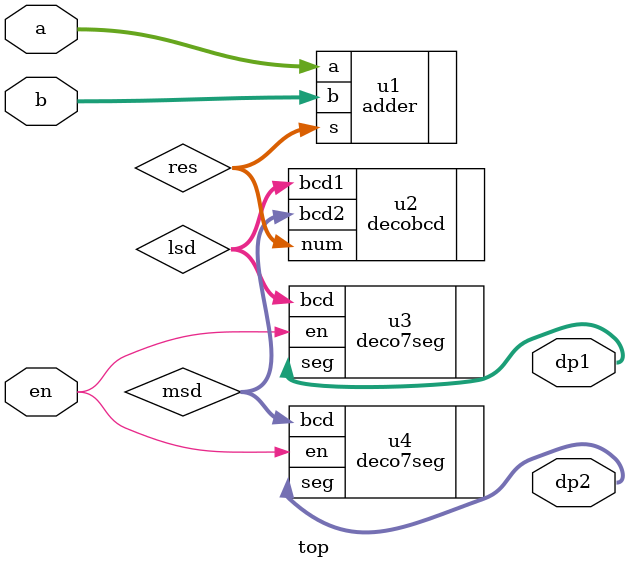
<source format=v>
module top(en,a,b,dp1,dp2);
input [3:0] a,b; //Dos entradas de 4-bit
input en; //Habilitador de la pantalla
output [6:0] dp1, dp2; //Dos salidas de 7-Segmentos
wire [4:0] res; //Bus interno para numero de 5-bit
wire [3:0] lsd, msd; //Bus interno para dos digitos bcd 4-bit
adder    u1(.a(a),.b(b),.s(res)); //Instancia del sumador adder.v
decobcd  u2(.num(res),.bcd1(lsd),.bcd2(msd)); //Instancia del decodificador a bcd
deco7seg u3(.en(en),.bcd(lsd),.seg(dp1));//Instancia del decodificador a 7-Segmentos
deco7seg u4(.en(en),.bcd(msd),.seg(dp2));//Instancia del decodificador a 7-Segmentos
endmodule

</source>
